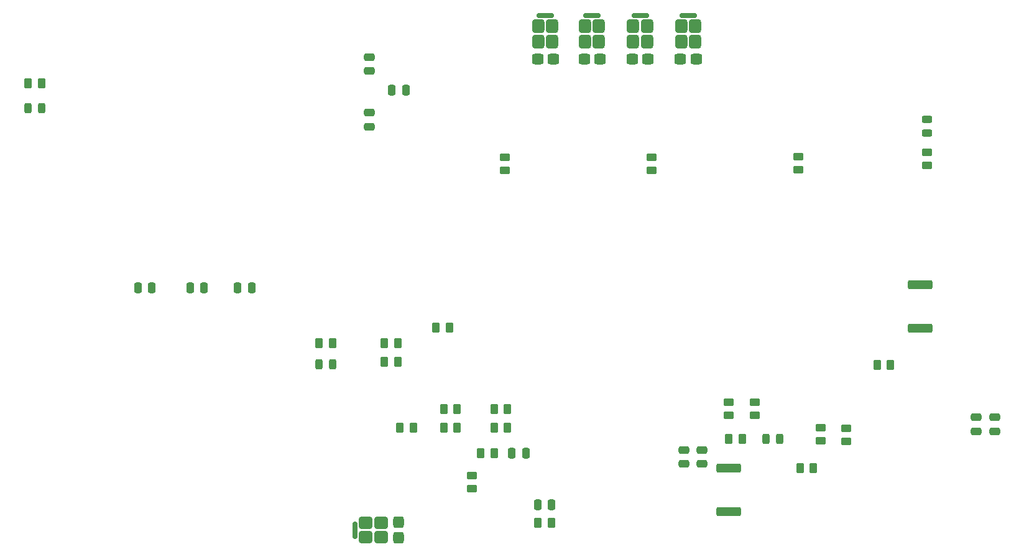
<source format=gtp>
G04 #@! TF.GenerationSoftware,KiCad,Pcbnew,8.0.0*
G04 #@! TF.CreationDate,2024-04-26T12:32:38-04:00*
G04 #@! TF.ProjectId,SurgicalLightBoostConverterModule,53757267-6963-4616-9c4c-69676874426f,rev?*
G04 #@! TF.SameCoordinates,Original*
G04 #@! TF.FileFunction,Paste,Top*
G04 #@! TF.FilePolarity,Positive*
%FSLAX46Y46*%
G04 Gerber Fmt 4.6, Leading zero omitted, Abs format (unit mm)*
G04 Created by KiCad (PCBNEW 8.0.0) date 2024-04-26 12:32:38*
%MOMM*%
%LPD*%
G01*
G04 APERTURE LIST*
G04 Aperture macros list*
%AMRoundRect*
0 Rectangle with rounded corners*
0 $1 Rounding radius*
0 $2 $3 $4 $5 $6 $7 $8 $9 X,Y pos of 4 corners*
0 Add a 4 corners polygon primitive as box body*
4,1,4,$2,$3,$4,$5,$6,$7,$8,$9,$2,$3,0*
0 Add four circle primitives for the rounded corners*
1,1,$1+$1,$2,$3*
1,1,$1+$1,$4,$5*
1,1,$1+$1,$6,$7*
1,1,$1+$1,$8,$9*
0 Add four rect primitives between the rounded corners*
20,1,$1+$1,$2,$3,$4,$5,0*
20,1,$1+$1,$4,$5,$6,$7,0*
20,1,$1+$1,$6,$7,$8,$9,0*
20,1,$1+$1,$8,$9,$2,$3,0*%
G04 Aperture macros list end*
%ADD10RoundRect,0.250000X-0.262500X-0.450000X0.262500X-0.450000X0.262500X0.450000X-0.262500X0.450000X0*%
%ADD11RoundRect,0.250000X-0.450000X0.262500X-0.450000X-0.262500X0.450000X-0.262500X0.450000X0.262500X0*%
%ADD12RoundRect,0.250000X0.262500X0.450000X-0.262500X0.450000X-0.262500X-0.450000X0.262500X-0.450000X0*%
%ADD13RoundRect,0.250000X0.450000X-0.262500X0.450000X0.262500X-0.450000X0.262500X-0.450000X-0.262500X0*%
%ADD14RoundRect,0.250000X0.475000X-0.250000X0.475000X0.250000X-0.475000X0.250000X-0.475000X-0.250000X0*%
%ADD15RoundRect,0.250000X0.250000X0.475000X-0.250000X0.475000X-0.250000X-0.475000X0.250000X-0.475000X0*%
%ADD16RoundRect,0.250000X-1.425000X0.362500X-1.425000X-0.362500X1.425000X-0.362500X1.425000X0.362500X0*%
%ADD17RoundRect,0.243750X-0.456250X0.243750X-0.456250X-0.243750X0.456250X-0.243750X0.456250X0.243750X0*%
%ADD18RoundRect,0.250000X-0.250000X-0.475000X0.250000X-0.475000X0.250000X0.475000X-0.250000X0.475000X0*%
%ADD19RoundRect,0.425000X-0.425000X0.525000X-0.425000X-0.525000X0.425000X-0.525000X0.425000X0.525000X0*%
%ADD20RoundRect,0.150000X-1.050000X0.150000X-1.050000X-0.150000X1.050000X-0.150000X1.050000X0.150000X0*%
%ADD21RoundRect,0.360000X-0.440000X0.360000X-0.440000X-0.360000X0.440000X-0.360000X0.440000X0.360000X0*%
%ADD22RoundRect,0.425000X-0.525000X-0.425000X0.525000X-0.425000X0.525000X0.425000X-0.525000X0.425000X0*%
%ADD23RoundRect,0.150000X-0.150000X-1.050000X0.150000X-1.050000X0.150000X1.050000X-0.150000X1.050000X0*%
%ADD24RoundRect,0.360000X-0.360000X-0.440000X0.360000X-0.440000X0.360000X0.440000X-0.360000X0.440000X0*%
%ADD25RoundRect,0.250000X-0.475000X0.250000X-0.475000X-0.250000X0.475000X-0.250000X0.475000X0.250000X0*%
%ADD26RoundRect,0.243750X0.243750X0.456250X-0.243750X0.456250X-0.243750X-0.456250X0.243750X-0.456250X0*%
G04 APERTURE END LIST*
D10*
X87000000Y-80000000D03*
X88825000Y-80000000D03*
X72087500Y-71000000D03*
X73912500Y-71000000D03*
X80175000Y-77500000D03*
X82000000Y-77500000D03*
D11*
X122500000Y-76500000D03*
X122500000Y-78325000D03*
D12*
X130500000Y-85500000D03*
X128675000Y-85500000D03*
D13*
X88500000Y-45000000D03*
X88500000Y-43175000D03*
D12*
X65000000Y-68500000D03*
X63175000Y-68500000D03*
D14*
X112825000Y-84950000D03*
X112825000Y-83050000D03*
D10*
X119000000Y-81500000D03*
X120825000Y-81500000D03*
D15*
X94825000Y-90500000D03*
X92925000Y-90500000D03*
D16*
X118962500Y-85537500D03*
X118962500Y-91462500D03*
D17*
X146000000Y-38000000D03*
X146000000Y-39875000D03*
D13*
X108460000Y-45000000D03*
X108460000Y-43175000D03*
D14*
X115325000Y-84950000D03*
X115325000Y-83050000D03*
D12*
X25390000Y-33087500D03*
X23565000Y-33087500D03*
D18*
X52100000Y-61000000D03*
X54000000Y-61000000D03*
D13*
X146000000Y-44287500D03*
X146000000Y-42462500D03*
D19*
X105955000Y-27450000D03*
X107855000Y-27450000D03*
X105955000Y-25350000D03*
X107855000Y-25350000D03*
D20*
X106905000Y-23900000D03*
D21*
X105840000Y-29830000D03*
X107970000Y-29830000D03*
D22*
X71600000Y-94900000D03*
X71600000Y-93000000D03*
X69500000Y-94900000D03*
X69500000Y-93000000D03*
D23*
X68050000Y-93950000D03*
D24*
X73980000Y-95015000D03*
X73980000Y-92885000D03*
D11*
X84000000Y-86500000D03*
X84000000Y-88325000D03*
D18*
X38500000Y-61000000D03*
X40400000Y-61000000D03*
D19*
X99405000Y-27450000D03*
X101305000Y-27450000D03*
X99405000Y-25350000D03*
X101305000Y-25350000D03*
D20*
X100355000Y-23900000D03*
D21*
X99290000Y-29830000D03*
X101420000Y-29830000D03*
D10*
X87000000Y-77500000D03*
X88825000Y-77500000D03*
D25*
X155180000Y-78600000D03*
X155180000Y-80500000D03*
D13*
X135000000Y-81912500D03*
X135000000Y-80087500D03*
X119000000Y-78325000D03*
X119000000Y-76500000D03*
X128460000Y-44912500D03*
X128460000Y-43087500D03*
D12*
X76000000Y-80000000D03*
X74175000Y-80000000D03*
D26*
X125937500Y-81500000D03*
X124062500Y-81500000D03*
D18*
X45600000Y-61000000D03*
X47500000Y-61000000D03*
D26*
X65000000Y-71350000D03*
X63125000Y-71350000D03*
D10*
X79087500Y-66412500D03*
X80912500Y-66412500D03*
D25*
X70050000Y-29550000D03*
X70050000Y-31450000D03*
D12*
X73912500Y-68500000D03*
X72087500Y-68500000D03*
D19*
X93050000Y-27400000D03*
X94950000Y-27400000D03*
X93050000Y-25300000D03*
X94950000Y-25300000D03*
D20*
X94000000Y-23850000D03*
D21*
X92935000Y-29780000D03*
X95065000Y-29780000D03*
D16*
X145000000Y-60500000D03*
X145000000Y-66425000D03*
D18*
X73100000Y-34000000D03*
X75000000Y-34000000D03*
D25*
X152680000Y-78600000D03*
X152680000Y-80500000D03*
D10*
X139175000Y-71500000D03*
X141000000Y-71500000D03*
D18*
X89425000Y-83500000D03*
X91325000Y-83500000D03*
D11*
X131500000Y-80000000D03*
X131500000Y-81825000D03*
D12*
X82000000Y-80000000D03*
X80175000Y-80000000D03*
D10*
X85175000Y-83500000D03*
X87000000Y-83500000D03*
D25*
X70000000Y-37100000D03*
X70000000Y-39000000D03*
D19*
X112500000Y-27450000D03*
X114400000Y-27450000D03*
X112500000Y-25350000D03*
X114400000Y-25350000D03*
D20*
X113450000Y-23900000D03*
D21*
X112385000Y-29830000D03*
X114515000Y-29830000D03*
D12*
X94825000Y-93000000D03*
X93000000Y-93000000D03*
D26*
X25437500Y-36500000D03*
X23562500Y-36500000D03*
M02*

</source>
